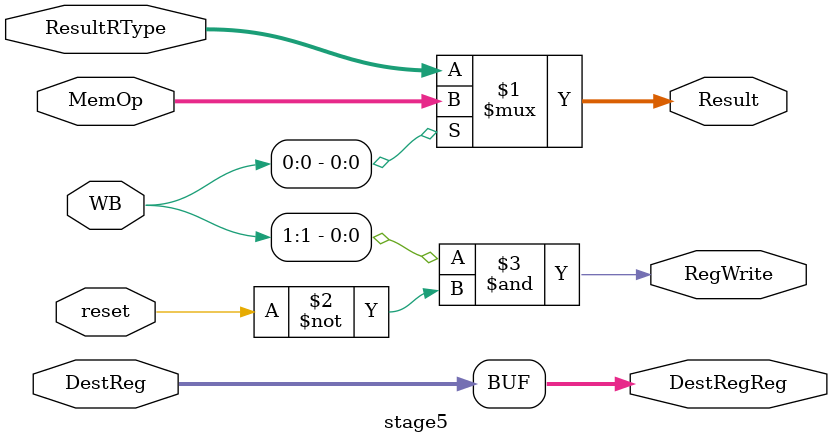
<source format=v>
`timescale 1ns / 1ps
module stage5(
MemOp,
ResultRType,
DestReg,
WB,
Result,
RegWrite,
DestRegReg,
reset
    );

input [31:0] MemOp,ResultRType;
input [4:0] DestReg;
input [1:0] WB;
input reset;

output [31:0] Result;
output [4:0] DestRegReg; 
output RegWrite;

//Mux32_2_1 s0 (.B(MemOp),.A(ResultRType),.S(WB[0]),.Out(Result));
assign Result = (WB[0])?(MemOp):(ResultRType);
assign RegWrite = WB[1]&(~reset);
assign DestRegReg = DestReg;

endmodule

</source>
